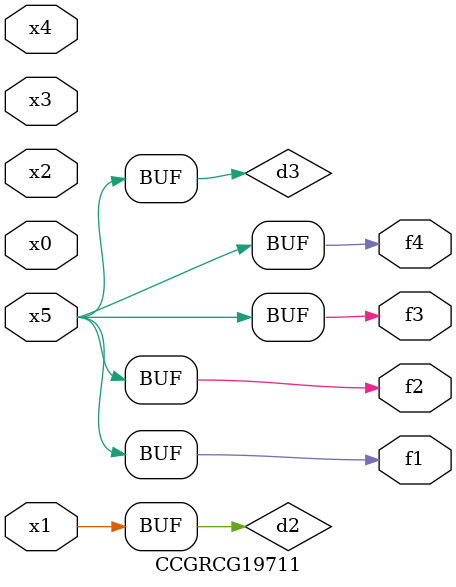
<source format=v>
module CCGRCG19711(
	input x0, x1, x2, x3, x4, x5,
	output f1, f2, f3, f4
);

	wire d1, d2, d3;

	not (d1, x5);
	or (d2, x1);
	xnor (d3, d1);
	assign f1 = d3;
	assign f2 = d3;
	assign f3 = d3;
	assign f4 = d3;
endmodule

</source>
